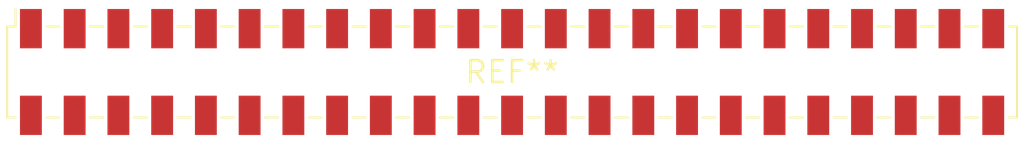
<source format=kicad_pcb>
(kicad_pcb (version 20240108) (generator pcbnew)
  (layers (0 "F.Cu" signal) (31 "B.Cu" signal) (34 "B.Paste" user) (35 "F.Paste" user) (36 "B.SilkS" user "B.Silkscreen") (37 "F.SilkS" user "F.Silkscreen") (38 "B.Mask" user) (39 "F.Mask" user) (44 "Edge.Cuts" user))
  (net 0 "")
  (footprint "Samtec_HLE-123-02-xxx-DV-A_2x23_P2.54mm_Horizontal" (layer "F.Cu") (at 0 0)
    (property "Reference" "REF**")
    (property "Value" "Samtec_HLE-123-02-xxx-DV-A_2x23_P2.54mm_Horizontal")
    (fp_line (start -29.32 -2.65) (end -29.32 2.65) (layer "F.SilkS") (stroke (width 0.12)))
    (fp_line (start -29.32 2.65) (end -28.835 2.65) (layer "F.SilkS") (stroke (width 0.12)))
    (fp_line (start -28.835 -3.67) (end -28.835 -2.65) (layer "F.SilkS") (stroke (width 0.12)))
    (fp_line (start -28.835 -2.65) (end -29.32 -2.65) (layer "F.SilkS") (stroke (width 0.12)))
    (fp_line (start -27.045 -2.65) (end -26.295 -2.65) (layer "F.SilkS") (stroke (width 0.12)))
    (fp_line (start -27.045 2.65) (end -26.295 2.65) (layer "F.SilkS") (stroke (width 0.12)))
    (fp_line (start -24.505 -2.65) (end -23.755 -2.65) (layer "F.SilkS") (stroke (width 0.12)))
    (fp_line (start -24.505 2.65) (end -23.755 2.65) (layer "F.SilkS") (stroke (width 0.12)))
    (fp_line (start -21.965 -2.65) (end -21.215 -2.65) (layer "F.SilkS") (stroke (width 0.12)))
    (fp_line (start -21.965 2.65) (end -21.215 2.65) (layer "F.SilkS") (stroke (width 0.12)))
    (fp_line (start -19.425 -2.65) (end -18.675 -2.65) (layer "F.SilkS") (stroke (width 0.12)))
    (fp_line (start -19.425 2.65) (end -18.675 2.65) (layer "F.SilkS") (stroke (width 0.12)))
    (fp_line (start -16.885 -2.65) (end -16.135 -2.65) (layer "F.SilkS") (stroke (width 0.12)))
    (fp_line (start -16.885 2.65) (end -16.135 2.65) (layer "F.SilkS") (stroke (width 0.12)))
    (fp_line (start -14.345 -2.65) (end -13.595 -2.65) (layer "F.SilkS") (stroke (width 0.12)))
    (fp_line (start -14.345 2.65) (end -13.595 2.65) (layer "F.SilkS") (stroke (width 0.12)))
    (fp_line (start -11.805 -2.65) (end -11.055 -2.65) (layer "F.SilkS") (stroke (width 0.12)))
    (fp_line (start -11.805 2.65) (end -11.055 2.65) (layer "F.SilkS") (stroke (width 0.12)))
    (fp_line (start -9.265 -2.65) (end -8.515 -2.65) (layer "F.SilkS") (stroke (width 0.12)))
    (fp_line (start -9.265 2.65) (end -8.515 2.65) (layer "F.SilkS") (stroke (width 0.12)))
    (fp_line (start -6.725 -2.65) (end -5.975 -2.65) (layer "F.SilkS") (stroke (width 0.12)))
    (fp_line (start -6.725 2.65) (end -5.975 2.65) (layer "F.SilkS") (stroke (width 0.12)))
    (fp_line (start -4.185 -2.65) (end -3.435 -2.65) (layer "F.SilkS") (stroke (width 0.12)))
    (fp_line (start -4.185 2.65) (end -3.435 2.65) (layer "F.SilkS") (stroke (width 0.12)))
    (fp_line (start -1.645 -2.65) (end -0.895 -2.65) (layer "F.SilkS") (stroke (width 0.12)))
    (fp_line (start -1.645 2.65) (end -0.895 2.65) (layer "F.SilkS") (stroke (width 0.12)))
    (fp_line (start 0.895 -2.65) (end 1.645 -2.65) (layer "F.SilkS") (stroke (width 0.12)))
    (fp_line (start 0.895 2.65) (end 1.645 2.65) (layer "F.SilkS") (stroke (width 0.12)))
    (fp_line (start 3.435 -2.65) (end 4.185 -2.65) (layer "F.SilkS") (stroke (width 0.12)))
    (fp_line (start 3.435 2.65) (end 4.185 2.65) (layer "F.SilkS") (stroke (width 0.12)))
    (fp_line (start 5.975 -2.65) (end 6.725 -2.65) (layer "F.SilkS") (stroke (width 0.12)))
    (fp_line (start 5.975 2.65) (end 6.725 2.65) (layer "F.SilkS") (stroke (width 0.12)))
    (fp_line (start 8.515 -2.65) (end 9.265 -2.65) (layer "F.SilkS") (stroke (width 0.12)))
    (fp_line (start 8.515 2.65) (end 9.265 2.65) (layer "F.SilkS") (stroke (width 0.12)))
    (fp_line (start 11.055 -2.65) (end 11.805 -2.65) (layer "F.SilkS") (stroke (width 0.12)))
    (fp_line (start 11.055 2.65) (end 11.805 2.65) (layer "F.SilkS") (stroke (width 0.12)))
    (fp_line (start 13.595 -2.65) (end 14.345 -2.65) (layer "F.SilkS") (stroke (width 0.12)))
    (fp_line (start 13.595 2.65) (end 14.345 2.65) (layer "F.SilkS") (stroke (width 0.12)))
    (fp_line (start 16.135 -2.65) (end 16.885 -2.65) (layer "F.SilkS") (stroke (width 0.12)))
    (fp_line (start 16.135 2.65) (end 16.885 2.65) (layer "F.SilkS") (stroke (width 0.12)))
    (fp_line (start 18.675 -2.65) (end 19.425 -2.65) (layer "F.SilkS") (stroke (width 0.12)))
    (fp_line (start 18.675 2.65) (end 19.425 2.65) (layer "F.SilkS") (stroke (width 0.12)))
    (fp_line (start 21.215 -2.65) (end 21.965 -2.65) (layer "F.SilkS") (stroke (width 0.12)))
    (fp_line (start 21.215 2.65) (end 21.965 2.65) (layer "F.SilkS") (stroke (width 0.12)))
    (fp_line (start 23.755 -2.65) (end 24.505 -2.65) (layer "F.SilkS") (stroke (width 0.12)))
    (fp_line (start 23.755 2.65) (end 24.505 2.65) (layer "F.SilkS") (stroke (width 0.12)))
    (fp_line (start 26.295 -2.65) (end 27.045 -2.65) (layer "F.SilkS") (stroke (width 0.12)))
    (fp_line (start 26.295 2.65) (end 27.045 2.65) (layer "F.SilkS") (stroke (width 0.12)))
    (fp_line (start 28.835 -2.65) (end 29.32 -2.65) (layer "F.SilkS") (stroke (width 0.12)))
    (fp_line (start 29.32 -2.65) (end 29.32 2.65) (layer "F.SilkS") (stroke (width 0.12)))
    (fp_line (start 29.32 2.65) (end 28.835 2.65) (layer "F.SilkS") (stroke (width 0.12)))
    (pad "" np_thru_hole circle (at -26.67 0) (size 1.78 1.78) (drill 1.78) (layers *.Cu *.Mask))
    (pad "" np_thru_hole circle (at 26.67 0) (size 1.78 1.78) (drill 1.78) (layers *.Cu *.Mask))
    (pad "1" smd rect (at -27.94 -2.525) (size 1.27 2.29) (layers "F.Cu" "F.Paste" "F.Mask"))
    (pad "2" smd rect (at -27.94 2.525) (size 1.27 2.29) (layers "F.Cu" "F.Paste" "F.Mask"))
    (pad "3" smd rect (at -25.4 -2.525) (size 1.27 2.29) (layers "F.Cu" "F.Paste" "F.Mask"))
    (pad "4" smd rect (at -25.4 2.525) (size 1.27 2.29) (layers "F.Cu" "F.Paste" "F.Mask"))
    (pad "5" smd rect (at -22.86 -2.525) (size 1.27 2.29) (layers "F.Cu" "F.Paste" "F.Mask"))
    (pad "6" smd rect (at -22.86 2.525) (size 1.27 2.29) (layers "F.Cu" "F.Paste" "F.Mask"))
    (pad "7" smd rect (at -20.32 -2.525) (size 1.27 2.29) (layers "F.Cu" "F.Paste" "F.Mask"))
    (pad "8" smd rect (at -20.32 2.525) (size 1.27 2.29) (layers "F.Cu" "F.Paste" "F.Mask"))
    (pad "9" smd rect (at -17.78 -2.525) (size 1.27 2.29) (layers "F.Cu" "F.Paste" "F.Mask"))
    (pad "10" smd rect (at -17.78 2.525) (size 1.27 2.29) (layers "F.Cu" "F.Paste" "F.Mask"))
    (pad "11" smd rect (at -15.24 -2.525) (size 1.27 2.29) (layers "F.Cu" "F.Paste" "F.Mask"))
    (pad "12" smd rect (at -15.24 2.525) (size 1.27 2.29) (layers "F.Cu" "F.Paste" "F.Mask"))
    (pad "13" smd rect (at -12.7 -2.525) (size 1.27 2.29) (layers "F.Cu" "F.Paste" "F.Mask"))
    (pad "14" smd rect (at -12.7 2.525) (size 1.27 2.29) (layers "F.Cu" "F.Paste" "F.Mask"))
    (pad "15" smd rect (at -10.16 -2.525) (size 1.27 2.29) (layers "F.Cu" "F.Paste" "F.Mask"))
    (pad "16" smd rect (at -10.16 2.525) (size 1.27 2.29) (layers "F.Cu" "F.Paste" "F.Mask"))
    (pad "17" smd rect (at -7.62 -2.525) (size 1.27 2.29) (layers "F.Cu" "F.Paste" "F.Mask"))
    (pad "18" smd rect (at -7.62 2.525) (size 1.27 2.29) (layers "F.Cu" "F.Paste" "F.Mask"))
    (pad "19" smd rect (at -5.08 -2.525) (size 1.27 2.29) (layers "F.Cu" "F.Paste" "F.Mask"))
    (pad "20" smd rect (at -5.08 2.525) (size 1.27 2.29) (layers "F.Cu" "F.Paste" "F.Mask"))
    (pad "21" smd rect (at -2.54 -2.525) (size 1.27 2.29) (layers "F.Cu" "F.Paste" "F.Mask"))
    (pad "22" smd rect (at -2.54 2.525) (size 1.27 2.29) (layers "F.Cu" "F.Paste" "F.Mask"))
    (pad "23" smd rect (at 0 -2.525) (size 1.27 2.29) (layers "F.Cu" "F.Paste" "F.Mask"))
    (pad "24" smd rect (at 0 2.525) (size 1.27 2.29) (layers "F.Cu" "F.Paste" "F.Mask"))
    (pad "25" smd rect (at 2.54 -2.525) (size 1.27 2.29) (layers "F.Cu" "F.Paste" "F.Mask"))
    (pad "26" smd rect (at 2.54 2.525) (size 1.27 2.29) (layers "F.Cu" "F.Paste" "F.Mask"))
    (pad "27" smd rect (at 5.08 -2.525) (size 1.27 2.29) (layers "F.Cu" "F.Paste" "F.Mask"))
    (pad "28" smd rect (at 5.08 2.525) (size 1.27 2.29) (layers "F.Cu" "F.Paste" "F.Mask"))
    (pad "29" smd rect (at 7.62 -2.525) (size 1.27 2.29) (layers "F.Cu" "F.Paste" "F.Mask"))
    (pad "30" smd rect (at 7.62 2.525) (size 1.27 2.29) (layers "F.Cu" "F.Paste" "F.Mask"))
    (pad "31" smd rect (at 10.16 -2.525) (size 1.27 2.29) (layers "F.Cu" "F.Paste" "F.Mask"))
    (pad "32" smd rect (at 10.16 2.525) (size 1.27 2.29) (layers "F.Cu" "F.Paste" "F.Mask"))
    (pad "33" smd rect (at 12.7 -2.525) (size 1.27 2.29) (layers "F.Cu" "F.Paste" "F.Mask"))
    (pad "34" smd rect (at 12.7 2.525) (size 1.27 2.29) (layers "F.Cu" "F.Paste" "F.Mask"))
    (pad "35" smd rect (at 15.24 -2.525) (size 1.27 2.29) (layers "F.Cu" "F.Paste" "F.Mask"))
    (pad "36" smd rect (at 15.24 2.525) (size 1.27 2.29) (layers "F.Cu" "F.Paste" "F.Mask"))
    (pad "37" smd rect (at 17.78 -2.525) (size 1.27 2.29) (layers "F.Cu" "F.Paste" "F.Mask"))
    (pad "38" smd rect (at 17.78 2.525) (size 1.27 2.29) (layers "F.Cu" "F.Paste" "F.Mask"))
    (pad "39" smd rect (at 20.32 -2.525) (size 1.27 2.29) (layers "F.Cu" "F.Paste" "F.Mask"))
    (pad "40" smd rect (at 20.32 2.525) (size 1.27 2.29) (layers "F.Cu" "F.Paste" "F.Mask"))
    (pad "41" smd rect (at 22.86 -2.525) (size 1.27 2.29) (layers "F.Cu" "F.Paste" "F.Mask"))
    (pad "42" smd rect (at 22.86 2.525) (size 1.27 2.29) (layers "F.Cu" "F.Paste" "F.Mask"))
    (pad "43" smd rect (at 25.4 -2.525) (size 1.27 2.29) (layers "F.Cu" "F.Paste" "F.Mask"))
    (pad "44" smd rect (at 25.4 2.525) (size 1.27 2.29) (layers "F.Cu" "F.Paste" "F.Mask"))
    (pad "45" smd rect (at 27.94 -2.525) (size 1.27 2.29) (layers "F.Cu" "F.Paste" "F.Mask"))
    (pad "46" smd rect (at 27.94 2.525) (size 1.27 2.29) (layers "F.Cu" "F.Paste" "F.Mask"))
  )
)
</source>
